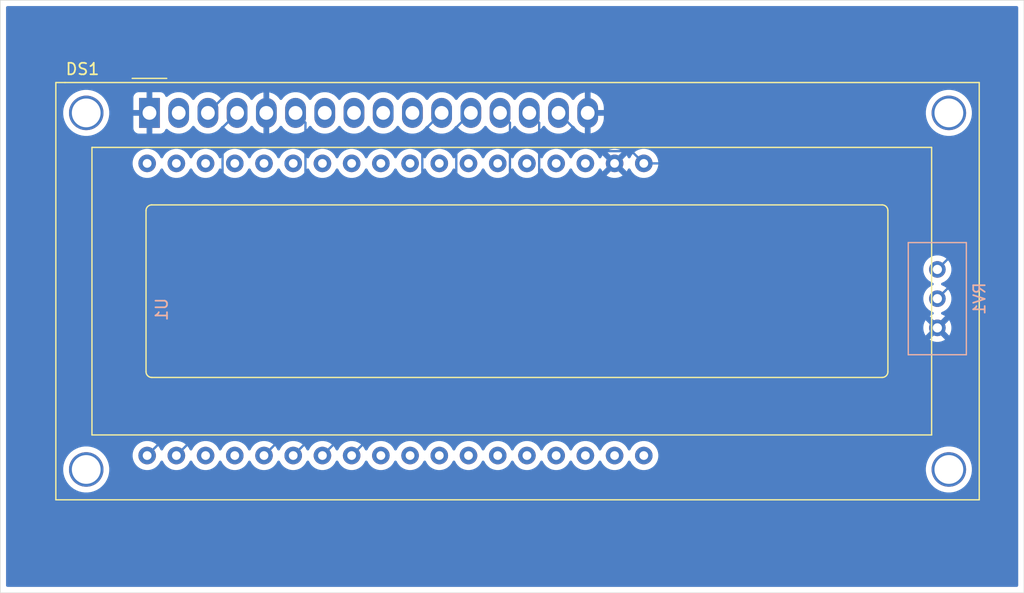
<source format=kicad_pcb>
(kicad_pcb (version 20241229) (generator "pcbnew") (generator_version "9.0")
  (layers (0 "F.Cu" signal) (2 "B.Cu" signal) (13 "F.Paste" user) (15 "B.Paste" user) (5 "F.SilkS" user "F.Silkscreen") (7 "B.SilkS" user "B.Silkscreen") (1 "F.Mask" user) (3 "B.Mask" user) (25 "Edge.Cuts" user))
  (net 0 "")
  (net 1 "Net-(DS1-RS)")
  (net 3 "Net-(DS1-E)")
  (net 4 "Net-(DS1-LED(+))")
  (net 5 "Net-(DS1-D4)")
  (net 6 "GND")
  (net 10 "Net-(DS1-D6)")
  (net 11 "Net-(DS1-D7)")
  (net 12 "Net-(DS1-VO)")
  (net 13 "Net-(DS1-D5)")
  (footprint "Display:WC1602A" (layer "F.Cu") (at 182.97 66.79)
    (property "Reference" "DS1" (at -5.82 -3.81 0) (layer "F.SilkS"))
    (property "Value" "WC1602A")
    (fp_line (start -8.14 -2.64) (end -8.14 33.64) (stroke (width 0.12)) (layer "F.SilkS"))
    (fp_line (start -8.14 33.64) (end 72.14 33.64) (stroke (width 0.12)) (layer "F.SilkS"))
    (fp_line (start -8.13 -2.64) (end -7.34 -2.64) (stroke (width 0.12)) (layer "F.SilkS"))
    (fp_line (start -5 3) (end 68 3) (stroke (width 0.12)) (layer "F.SilkS"))
    (fp_line (start -5 28) (end -5 3) (stroke (width 0.12)) (layer "F.SilkS"))
    (fp_line (start -1.5 -3) (end 1.5 -3) (stroke (width 0.12)) (layer "F.SilkS"))
    (fp_line (start -0.29972 22.49932) (end -0.29972 8.5) (stroke (width 0.12)) (layer "F.SilkS"))
    (fp_line (start 0.2 8) (end 63.7 8) (stroke (width 0.12)) (layer "F.SilkS"))
    (fp_line (start 63.70066 23) (end 0.2 23) (stroke (width 0.12)) (layer "F.SilkS"))
    (fp_line (start 64.2 8.5) (end 64.2 22.5) (stroke (width 0.12)) (layer "F.SilkS"))
    (fp_line (start 68 3) (end 68 28) (stroke (width 0.12)) (layer "F.SilkS"))
    (fp_line (start 68 28) (end -5 28) (stroke (width 0.12)) (layer "F.SilkS"))
    (fp_line (start 72.14 -2.64) (end -7.34 -2.64) (stroke (width 0.12)) (layer "F.SilkS"))
    (fp_line (start 72.14 33.64) (end 72.14 -2.64) (stroke (width 0.12)) (layer "F.SilkS"))
    (fp_arc (start -0.29972 8.49884) (mid -0.153162 8.145018) (end 0.20066 7.99846) (stroke (width 0.12)) (layer "F.SilkS"))
    (fp_arc (start 0.20066 22.9997) (mid -0.153162 22.853142) (end -0.29972 22.49932) (stroke (width 0.12)) (layer "F.SilkS"))
    (fp_arc (start 63.7 8) (mid 64.053553 8.146447) (end 64.2 8.5) (stroke (width 0.12)) (layer "F.SilkS"))
    (fp_arc (start 64.20104 22.49932) (mid 64.054482 22.853142) (end 63.70066 22.9997) (stroke (width 0.12)) (layer "F.SilkS"))
    (pad "" thru_hole circle (at -5.4991 0) (size 3 3) (drill 2.5) (layers "*.Cu" "*.Mask"))
    (pad "" thru_hole circle (at -5.4991 31.0007) (size 3 3) (drill 2.5) (layers "*.Cu" "*.Mask"))
    (pad "" thru_hole circle (at 69.49948 31.0007) (size 3 3) (drill 2.5) (layers "*.Cu" "*.Mask"))
    (pad "" thru_hole circle (at 69.5 0) (size 3 3) (drill 2.5) (layers "*.Cu" "*.Mask"))
    (pad "1" thru_hole rect (at 0 0) (size 1.8 2.6) (drill 1.2) (layers "*.Cu" "*.Mask") (net 6 "GND"))
    (pad "2" thru_hole oval (at 2.54 0) (size 1.8 2.6) (drill 1.2) (layers "*.Cu" "*.Mask") (net 4 "Net-(DS1-LED(+))"))
    (pad "3" thru_hole oval (at 5.08 0) (size 1.8 2.6) (drill 1.2) (layers "*.Cu" "*.Mask") (net 12 "Net-(DS1-VO)"))
    (pad "4" thru_hole oval (at 7.62 0) (size 1.8 2.6) (drill 1.2) (layers "*.Cu" "*.Mask") (net 1 "Net-(DS1-RS)"))
    (pad "5" thru_hole oval (at 10.16 0) (size 1.8 2.6) (drill 1.2) (layers "*.Cu" "*.Mask") (net 6 "GND"))
    (pad "6" thru_hole oval (at 12.7 0) (size 1.8 2.6) (drill 1.2) (layers "*.Cu" "*.Mask") (net 3 "Net-(DS1-E)"))
    (pad "7" thru_hole oval (at 15.24 0) (size 1.8 2.6) (drill 1.2) (layers "*.Cu" "*.Mask"))
    (pad "8" thru_hole oval (at 17.78 0) (size 1.8 2.6) (drill 1.2) (layers "*.Cu" "*.Mask"))
    (pad "9" thru_hole oval (at 20.32 0) (size 1.8 2.6) (drill 1.2) (layers "*.Cu" "*.Mask"))
    (pad "10" thru_hole oval (at 22.86 0) (size 1.8 2.6) (drill 1.2) (layers "*.Cu" "*.Mask"))
    (pad "11" thru_hole oval (at 25.4 0) (size 1.8 2.6) (drill 1.2) (layers "*.Cu" "*.Mask") (net 5 "Net-(DS1-D4)"))
    (pad "12" thru_hole oval (at 27.94 0) (size 1.8 2.6) (drill 1.2) (layers "*.Cu" "*.Mask") (net 13 "Net-(DS1-D5)"))
    (pad "13" thru_hole oval (at 30.48 0) (size 1.8 2.6) (drill 1.2) (layers "*.Cu" "*.Mask") (net 10 "Net-(DS1-D6)"))
    (pad "14" thru_hole oval (at 33.02 0) (size 1.8 2.6) (drill 1.2) (layers "*.Cu" "*.Mask") (net 11 "Net-(DS1-D7)"))
    (pad "15" thru_hole oval (at 35.56 0) (size 1.8 2.6) (drill 1.2) (layers "*.Cu" "*.Mask") (net 4 "Net-(DS1-LED(+))"))
    (pad "16" thru_hole oval (at 38.1 0) (size 1.8 2.6) (drill 1.2) (layers "*.Cu" "*.Mask") (net 6 "GND"))
  )
  (footprint "Potentiometer_THT:Potentiometer_Bourns_3296W_Vertical" (layer "B.Cu") (at 251.47 80.4 90)
    (property "Reference" "RV1" (at -2.54 3.66 90) (layer "B.SilkS") (effects (justify mirror)))
    (property "Value" "10k")
    (fp_line (start 2.335 -2.53) (end -7.415 -2.53) (stroke (width 0.12)) (layer "B.SilkS"))
    (fp_line (start -7.415 -2.53) (end -7.415 2.52) (stroke (width 0.12)) (layer "B.SilkS"))
    (fp_line (start 2.335 2.52) (end 2.335 -2.53) (stroke (width 0.12)) (layer "B.SilkS"))
    (fp_line (start -7.415 2.52) (end 2.335 2.52) (stroke (width 0.12)) (layer "B.SilkS"))
    (pad "1" thru_hole circle (at 0 0 90) (size 1.44 1.44) (drill 0.8) (layers "*.Cu" "*.Mask") (net 4 "Net-(DS1-LED(+))"))
    (pad "2" thru_hole circle (at -2.54 0 90) (size 1.44 1.44) (drill 0.8) (layers "*.Cu" "*.Mask") (net 12 "Net-(DS1-VO)"))
    (pad "3" thru_hole circle (at -5.08 0 90) (size 1.44 1.44) (drill 0.8) (layers "*.Cu" "*.Mask") (net 6 "GND"))
  )
  (footprint "doit-esp32-devkit-kicad:ESP32-DOIT-DEVKIT" (layer "B.Cu") (at 180.2275 83.88 -90)
    (property "Reference" "U1" (at 0 -3.81 90) (layer "B.SilkS") (effects (justify mirror)))
    (property "Value" "DOIT-ESP32-DEVKIT-V1")
    (pad "1" thru_hole circle (at -12.7 -2.54 270) (size 1.524 1.524) (drill 0.762) (layers "*.Cu" "*.Mask"))
    (pad "2" thru_hole circle (at -12.7 -5.08 270) (size 1.524 1.524) (drill 0.762) (layers "*.Cu" "*.Mask"))
    (pad "3" thru_hole circle (at -12.7 -7.62 270) (size 1.524 1.524) (drill 0.762) (layers "*.Cu" "*.Mask"))
    (pad "4" thru_hole circle (at -12.7 -10.16 270) (size 1.524 1.524) (drill 0.762) (layers "*.Cu" "*.Mask"))
    (pad "5" thru_hole circle (at -12.7 -12.7 270) (size 1.524 1.524) (drill 0.762) (layers "*.Cu" "*.Mask"))
    (pad "6" thru_hole circle (at -12.7 -15.24 270) (size 1.524 1.524) (drill 0.762) (layers "*.Cu" "*.Mask"))
    (pad "7" thru_hole circle (at -12.7 -17.78 270) (size 1.524 1.524) (drill 0.762) (layers "*.Cu" "*.Mask"))
    (pad "8" thru_hole circle (at -12.7 -20.32 270) (size 1.524 1.524) (drill 0.762) (layers "*.Cu" "*.Mask"))
    (pad "9" thru_hole circle (at -12.7 -22.86 270) (size 1.524 1.524) (drill 0.762) (layers "*.Cu" "*.Mask"))
    (pad "10" thru_hole circle (at -12.7 -25.4 270) (size 1.524 1.524) (drill 0.762) (layers "*.Cu" "*.Mask"))
    (pad "11" thru_hole circle (at -12.7 -27.94 270) (size 1.524 1.524) (drill 0.762) (layers "*.Cu" "*.Mask"))
    (pad "12" thru_hole circle (at -12.7 -30.48 270) (size 1.524 1.524) (drill 0.762) (layers "*.Cu" "*.Mask"))
    (pad "13" thru_hole circle (at -12.7 -33.02 270) (size 1.524 1.524) (drill 0.762) (layers "*.Cu" "*.Mask"))
    (pad "14" thru_hole circle (at -12.7 -35.56 270) (size 1.524 1.524) (drill 0.762) (layers "*.Cu" "*.Mask"))
    (pad "15" thru_hole circle (at -12.7 -38.1 270) (size 1.524 1.524) (drill 0.762) (layers "*.Cu" "*.Mask"))
    (pad "16" thru_hole circle (at -12.7 -40.64 270) (size 1.524 1.524) (drill 0.762) (layers "*.Cu" "*.Mask"))
    (pad "17" thru_hole circle (at -12.7 -43.18 270) (size 1.524 1.524) (drill 0.762) (layers "*.Cu" "*.Mask") (net 6 "GND"))
    (pad "18" thru_hole circle (at -12.7 -45.72 270) (size 1.524 1.524) (drill 0.762) (layers "*.Cu" "*.Mask") (net 4 "Net-(DS1-LED(+))"))
    (pad "19" thru_hole circle (at 12.7 -45.72 270) (size 1.524 1.524) (drill 0.762) (layers "*.Cu" "*.Mask"))
    (pad "20" thru_hole circle (at 12.7 -43.18 270) (size 1.524 1.524) (drill 0.762) (layers "*.Cu" "*.Mask"))
    (pad "21" thru_hole circle (at 12.7 -40.64 270) (size 1.524 1.524) (drill 0.762) (layers "*.Cu" "*.Mask"))
    (pad "22" thru_hole circle (at 12.7 -38.1 270) (size 1.524 1.524) (drill 0.762) (layers "*.Cu" "*.Mask"))
    (pad "23" thru_hole circle (at 12.7 -35.56 270) (size 1.524 1.524) (drill 0.762) (layers "*.Cu" "*.Mask"))
    (pad "24" thru_hole circle (at 12.7 -33.02 270) (size 1.524 1.524) (drill 0.762) (layers "*.Cu" "*.Mask"))
    (pad "25" thru_hole circle (at 12.7 -30.48 270) (size 1.524 1.524) (drill 0.762) (layers "*.Cu" "*.Mask"))
    (pad "26" thru_hole circle (at 12.7 -27.94 270) (size 1.524 1.524) (drill 0.762) (layers "*.Cu" "*.Mask"))
    (pad "27" thru_hole circle (at 12.7 -25.4 270) (size 1.524 1.524) (drill 0.762) (layers "*.Cu" "*.Mask"))
    (pad "28" thru_hole circle (at 12.7 -22.86 270) (size 1.524 1.524) (drill 0.762) (layers "*.Cu" "*.Mask"))
    (pad "29" thru_hole circle (at 12.7 -20.32 270) (size 1.524 1.524) (drill 0.762) (layers "*.Cu" "*.Mask") (net 11 "Net-(DS1-D7)"))
    (pad "30" thru_hole circle (at 12.7 -17.78 270) (size 1.524 1.524) (drill 0.762) (layers "*.Cu" "*.Mask") (net 10 "Net-(DS1-D6)"))
    (pad "31" thru_hole circle (at 12.7 -15.24 270) (size 1.524 1.524) (drill 0.762) (layers "*.Cu" "*.Mask") (net 13 "Net-(DS1-D5)"))
    (pad "32" thru_hole circle (at 12.7 -12.7 270) (size 1.524 1.524) (drill 0.762) (layers "*.Cu" "*.Mask") (net 5 "Net-(DS1-D4)"))
    (pad "33" thru_hole circle (at 12.7 -10.16 270) (size 1.524 1.524) (drill 0.762) (layers "*.Cu" "*.Mask"))
    (pad "34" thru_hole circle (at 12.7 -7.62 270) (size 1.524 1.524) (drill 0.762) (layers "*.Cu" "*.Mask"))
    (pad "35" thru_hole circle (at 12.7 -5.08 270) (size 1.524 1.524) (drill 0.762) (layers "*.Cu" "*.Mask") (net 3 "Net-(DS1-E)"))
    (pad "36" thru_hole circle (at 12.7 -2.54 270) (size 1.524 1.524) (drill 0.762) (layers "*.Cu" "*.Mask") (net 1 "Net-(DS1-RS)"))
  )
  (gr_rect (start 170 57) (end 259 108.5) (stroke (width 0.05)) (fill no) (layer "Edge.Cuts"))
  (segment (start 189.3245 68.0555) (end 190.59 66.79) (width 0.2) (layer "B.Cu") (net 1))
  (segment (start 189.3245 90.023) (end 189.3245 68.0555) (width 0.2) (layer "B.Cu") (net 1))
  (segment (start 182.7675 96.58) (end 189.3245 90.023) (width 0.2) (layer "B.Cu") (net 1))
  (segment (start 196.5305 85.357) (end 196.5305 67.6505) (width 0.2) (layer "B.Cu") (net 3))
  (segment (start 196.5305 67.6505) (end 195.67 66.79) (width 0.2) (layer "B.Cu") (net 3))
  (segment (start 185.3075 96.58) (end 196.5305 85.357) (width 0.2) (layer "B.Cu") (net 3))
  (segment (start 256.69 75.18) (end 256.9 75.18) (width 0.2) (layer "B.Cu") (net 4))
  (segment (start 256.9 63.85) (end 256.93 63.82) (width 0.2) (layer "B.Cu") (net 4))
  (segment (start 256.93 63.82) (end 236.97 63.82) (width 0.2) (layer "B.Cu") (net 4))
  (segment (start 229.61 71.18) (end 225.9475 71.18) (width 0.2) (layer "B.Cu") (net 4))
  (segment (start 256.9 75.18) (end 256.9 63.85) (width 0.2) (layer "B.Cu") (net 4))
  (segment (start 251.47 80.4) (end 256.69 75.18) (width 0.2) (layer "B.Cu") (net 4))
  (segment (start 225.9475 71.18) (end 224.8845 70.117) (width 0.2) (layer "B.Cu") (net 4))
  (segment (start 224.8845 70.117) (end 221.857 70.117) (width 0.2) (layer "B.Cu") (net 4))
  (segment (start 236.97 63.82) (end 229.61 71.18) (width 0.2) (layer "B.Cu") (net 4))
  (segment (start 221.857 70.117) (end 218.53 66.79) (width 0.2) (layer "B.Cu") (net 4))
  (segment (start 206.6905 68.4695) (end 208.37 66.79) (width 0.2) (layer "B.Cu") (net 5))
  (segment (start 192.9275 96.58) (end 206.6905 82.817) (width 0.2) (layer "B.Cu") (net 5))
  (segment (start 206.6905 82.817) (end 206.6905 68.4695) (width 0.2) (layer "B.Cu") (net 5))
  (segment (start 198.0075 96.58) (end 214.3105 80.277) (width 0.2) (layer "B.Cu") (net 10))
  (segment (start 214.3105 67.6505) (end 213.45 66.79) (width 0.2) (layer "B.Cu") (net 10))
  (segment (start 214.3105 80.277) (end 214.3105 67.6505) (width 0.2) (layer "B.Cu") (net 10))
  (segment (start 200.5475 96.58) (end 216.8505 80.277) (width 0.2) (layer "B.Cu") (net 11))
  (segment (start 216.8505 80.277) (end 216.8505 67.6505) (width 0.2) (layer "B.Cu") (net 11))
  (segment (start 216.8505 67.6505) (end 215.99 66.79) (width 0.2) (layer "B.Cu") (net 11))
  (segment (start 257.64 63.02) (end 191.82 63.02) (width 0.2) (layer "B.Cu") (net 12))
  (segment (start 191.82 63.02) (end 188.05 66.79) (width 0.2) (layer "B.Cu") (net 12))
  (segment (start 257.64 76.77) (end 257.64 63.02) (width 0.2) (layer "B.Cu") (net 12))
  (segment (start 251.47 82.94) (end 257.64 76.77) (width 0.2) (layer "B.Cu") (net 12))
  (segment (start 209.6445 82.403) (end 209.6445 68.0555) (width 0.2) (layer "B.Cu") (net 13))
  (segment (start 209.6445 68.0555) (end 210.91 66.79) (width 0.2) (layer "B.Cu") (net 13))
  (segment (start 195.4675 96.58) (end 209.6445 82.403) (width 0.2) (layer "B.Cu") (net 13))
  (zone (net 6) (net_name "GND") (layer "B.Cu") (connect_pads (clearance 0.5)) (min_thickness 0.25) (fill yes (thermal_gap 0.5) (thermal_bridge_width 0.5))
    (polygon (pts (xy 170 57) (xy 259 57) (xy 259 108.5) (xy 170 108.5)))
  )
)
</source>
